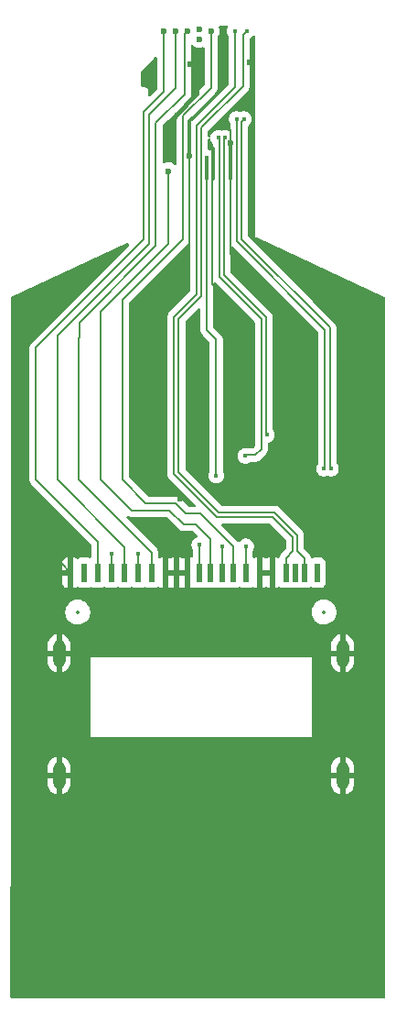
<source format=gbl>
%TF.GenerationSoftware,KiCad,Pcbnew,9.0.2*%
%TF.CreationDate,2025-06-23T10:18:23+08:00*%
%TF.ProjectId,SDEX2M2 MicroSD Express to SD Express Adapter,53444558-324d-4322-904d-6963726f5344,rev?*%
%TF.SameCoordinates,Original*%
%TF.FileFunction,Copper,L6,Bot*%
%TF.FilePolarity,Positive*%
%FSLAX46Y46*%
G04 Gerber Fmt 4.6, Leading zero omitted, Abs format (unit mm)*
G04 Created by KiCad (PCBNEW 9.0.2) date 2025-06-23 10:18:23*
%MOMM*%
%LPD*%
G01*
G04 APERTURE LIST*
%TA.AperFunction,SMDPad,CuDef*%
%ADD10R,0.500000X1.800000*%
%TD*%
%TA.AperFunction,ComponentPad*%
%ADD11O,1.158000X2.558000*%
%TD*%
%TA.AperFunction,ViaPad*%
%ADD12C,0.450000*%
%TD*%
%TA.AperFunction,ViaPad*%
%ADD13C,0.600000*%
%TD*%
%TA.AperFunction,Conductor*%
%ADD14C,0.200000*%
%TD*%
%TA.AperFunction,Conductor*%
%ADD15C,0.300000*%
%TD*%
%TA.AperFunction,Conductor*%
%ADD16C,0.400000*%
%TD*%
%ADD17C,0.300000*%
%ADD18C,0.350000*%
%ADD19O,0.650000X2.050000*%
G04 APERTURE END LIST*
D10*
%TO.P,J2,1,VSS3*%
%TO.N,GND*%
X129170000Y-130540000D03*
%TO.P,J2,2,RESERVED*%
%TO.N,unconnected-(J2-RESERVED-Pad2)*%
X130420000Y-130540000D03*
%TO.P,J2,3,DAT2*%
%TO.N,/CLKREQ*%
X131670000Y-130540000D03*
%TO.P,J2,4,PCIE_TX+*%
%TO.N,/TX-*%
X132920000Y-130540000D03*
%TO.P,J2,5,CD/DAT3*%
%TO.N,/PERST*%
X134170000Y-130540000D03*
%TO.P,J2,6,PCIE_TX-*%
%TO.N,/TX+*%
X135420000Y-130540000D03*
%TO.P,J2,7,CMD*%
%TO.N,/CMD*%
X136670000Y-130540000D03*
%TO.P,J2,8,CD*%
%TO.N,GND*%
X137920000Y-130540000D03*
%TO.P,J2,9,VSS1*%
X138970000Y-130540000D03*
%TO.P,J2,10,VSS4*%
X140020000Y-130540000D03*
%TO.P,J2,11,VDD2*%
%TO.N,Net-(J1-1V8)*%
X141070000Y-130540000D03*
%TO.P,J2,12,VDD*%
%TO.N,Net-(J1-3V3)*%
X142120000Y-130540000D03*
%TO.P,J2,13,PCIE_RX-*%
%TO.N,/RX-*%
X143170000Y-130540000D03*
%TO.P,J2,14,CLK*%
%TO.N,/CLK*%
X144220000Y-130540000D03*
%TO.P,J2,15,PCIE_RX+*%
%TO.N,/RX+*%
X145420000Y-130540000D03*
%TO.P,J2,16,VSS2*%
%TO.N,GND*%
X146670000Y-130540000D03*
%TO.P,J2,17,VSS5*%
X147870000Y-130540000D03*
%TO.P,J2,18,DAT0*%
%TO.N,/REFCLK+*%
X149095000Y-130540000D03*
%TO.P,J2,19,VDD3*%
%TO.N,unconnected-(J2-VDD3-Pad19)*%
X149945000Y-130540000D03*
%TO.P,J2,20,DAT1*%
%TO.N,/REFCLK-*%
X150795000Y-130540000D03*
%TO.P,J2,21,WP*%
%TO.N,unconnected-(J2-WP-Pad21)*%
X151995000Y-130540000D03*
D11*
%TO.P,J2,GND1,GND/SHIELD*%
%TO.N,GND*%
X154345000Y-137980000D03*
%TO.P,J2,GND2,GND/SHIELD__1*%
X128095000Y-137980000D03*
%TO.P,J2,GND3,GND/SHIELD__2*%
X154345000Y-149280000D03*
%TO.P,J2,GND4,GND/SHIELD__3*%
X128095000Y-149280000D03*
%TD*%
D12*
%TO.N,/TX+*%
X135410000Y-128810000D03*
X145330000Y-119750000D03*
X142833400Y-90380000D03*
%TO.N,/TX-*%
X132914892Y-128811727D03*
X143486600Y-90380000D03*
X147340446Y-117819545D03*
D13*
%TO.N,Net-(J1-3V3)*%
X141060000Y-81260000D03*
X141060000Y-80360000D03*
X138210000Y-93440000D03*
D12*
%TO.N,/RX+*%
X145203200Y-88640000D03*
X153270000Y-120920000D03*
X145400000Y-128110000D03*
%TO.N,Net-(J1-1V8)*%
X141785000Y-92190000D03*
X141080000Y-127970000D03*
X142650000Y-121560000D03*
D13*
%TO.N,GND*%
X136810000Y-83960000D03*
X138460000Y-90810000D03*
D12*
X142100000Y-91120000D03*
D13*
X156690000Y-149250000D03*
X129150000Y-127940000D03*
X140270000Y-83555000D03*
X156680000Y-137970000D03*
D12*
X145940000Y-89430000D03*
X143460000Y-88590000D03*
D13*
X136110000Y-85060000D03*
X139300000Y-123730000D03*
D12*
X145810000Y-86960000D03*
D13*
X146690000Y-128110000D03*
X156000000Y-123630000D03*
X143000000Y-83405000D03*
X143950000Y-123760000D03*
X144002007Y-90853667D03*
X143260000Y-80360000D03*
X149960000Y-123650000D03*
X147830000Y-128110000D03*
X125530000Y-138020000D03*
X140020000Y-127950000D03*
X125500000Y-149270000D03*
X137930000Y-127980000D03*
X145730000Y-83405000D03*
X138980000Y-127960000D03*
D12*
X145970000Y-91900000D03*
D13*
X140150000Y-92050000D03*
D12*
%TO.N,/RX-*%
X143200000Y-128120000D03*
X144550000Y-88640000D03*
X152616800Y-120920000D03*
%TO.N,/REFCLK+*%
X144360000Y-80510000D03*
%TO.N,/REFCLK-*%
X145460000Y-80510000D03*
D13*
%TO.N,/PERST*%
X138860000Y-80510000D03*
%TO.N,/CLKREQ*%
X137760000Y-80510000D03*
%TO.N,/CMD*%
X139960000Y-80510000D03*
%TO.N,/CLK*%
X142160000Y-80510000D03*
%TD*%
D14*
%TO.N,/TX+*%
X146288521Y-119680000D02*
X146820000Y-119148521D01*
X135420000Y-130540000D02*
X135420000Y-128820000D01*
X145400000Y-119680000D02*
X146288521Y-119680000D01*
X146820000Y-107138198D02*
X142932384Y-103250582D01*
X146820000Y-119148521D02*
X146820000Y-107138198D01*
X142932384Y-103250582D02*
X142932384Y-90478984D01*
X142932384Y-90478984D02*
X142833400Y-90380000D01*
X145330000Y-119750000D02*
X145400000Y-119680000D01*
X135420000Y-128820000D02*
X135410000Y-128810000D01*
%TO.N,/TX-*%
X147260000Y-117739099D02*
X147340446Y-117819545D01*
X143387616Y-103069418D02*
X147199554Y-106881356D01*
X132920000Y-128816835D02*
X132914892Y-128811727D01*
X143486600Y-90380000D02*
X143387616Y-90478984D01*
X147340446Y-117819545D02*
X147340446Y-117891447D01*
X143387616Y-90478984D02*
X143387616Y-103069418D01*
X147199554Y-106881356D02*
X147260000Y-106941802D01*
X147260000Y-106941802D02*
X147260000Y-117739099D01*
X132920000Y-130540000D02*
X132920000Y-128816835D01*
%TO.N,Net-(J1-3V3)*%
X131950000Y-121950000D02*
X134730000Y-124730000D01*
X140750000Y-126080000D02*
X142120000Y-127450000D01*
X142120000Y-127450000D02*
X142120000Y-130540000D01*
X138210000Y-100160000D02*
X131950000Y-106420000D01*
X131950000Y-106420000D02*
X131950000Y-121950000D01*
X138210000Y-93440000D02*
X138210000Y-100160000D01*
X138320000Y-124780000D02*
X139620000Y-126080000D01*
X134780000Y-124780000D02*
X138320000Y-124780000D01*
X139620000Y-126080000D02*
X140750000Y-126080000D01*
X134730000Y-124730000D02*
X134780000Y-124780000D01*
%TO.N,/RX+*%
X145051000Y-88847521D02*
X145000001Y-88898520D01*
X145000001Y-88898520D02*
X145000001Y-99731803D01*
X145420000Y-130540000D02*
X145420000Y-128130000D01*
X145000001Y-99731803D02*
X153168401Y-107900203D01*
X153168401Y-120818401D02*
X153270000Y-120920000D01*
X145203200Y-88640000D02*
X145051000Y-88792200D01*
X145420000Y-128130000D02*
X145400000Y-128110000D01*
X145051000Y-88792200D02*
X145051000Y-88847521D01*
X153168401Y-107900203D02*
X153168401Y-120818401D01*
%TO.N,Net-(J1-1V8)*%
X142650000Y-109000000D02*
X141785000Y-108135000D01*
X141070000Y-130540000D02*
X141070000Y-127980000D01*
D15*
X141785000Y-92190000D02*
X141785000Y-94185000D01*
D14*
X141070000Y-127980000D02*
X141080000Y-127970000D01*
X142650000Y-121560000D02*
X142650000Y-109000000D01*
X141070000Y-130540000D02*
X141070000Y-131190000D01*
X141785000Y-108135000D02*
X141785000Y-94185000D01*
%TO.N,GND*%
X143990000Y-89680000D02*
X143250000Y-88940000D01*
X128095000Y-137980000D02*
X125570000Y-137980000D01*
X143950000Y-105550000D02*
X143950000Y-123740000D01*
X149950000Y-107050000D02*
X149950000Y-123640000D01*
X143370000Y-88590000D02*
X143460000Y-88590000D01*
X142335000Y-94185000D02*
X142310000Y-94210000D01*
X128260000Y-129630000D02*
X128260000Y-128830000D01*
X129170000Y-130540000D02*
X128260000Y-129630000D01*
X140150000Y-101300000D02*
X140150000Y-92050000D01*
X144002007Y-90853667D02*
X143990000Y-90841660D01*
X146670000Y-128130000D02*
X146690000Y-128110000D01*
X146670000Y-130540000D02*
X146670000Y-128130000D01*
X143990000Y-90841660D02*
X143990000Y-89680000D01*
D15*
X142335000Y-94185000D02*
X142335000Y-91355000D01*
X143985000Y-94185000D02*
X143985000Y-92285000D01*
D14*
X143985000Y-101085000D02*
X149950000Y-107050000D01*
X143250000Y-88800000D02*
X143460000Y-88590000D01*
X143250000Y-88940000D02*
X143250000Y-88800000D01*
X138970000Y-127970000D02*
X138980000Y-127960000D01*
D15*
X143985000Y-92285000D02*
X143990000Y-92280000D01*
D14*
X135950000Y-105500000D02*
X140150000Y-101300000D01*
X156670000Y-137980000D02*
X156680000Y-137970000D01*
X128260000Y-128830000D02*
X129150000Y-127940000D01*
X143330000Y-88630000D02*
X143370000Y-88590000D01*
D16*
X140840000Y-83860000D02*
X140840000Y-86320000D01*
X140840000Y-86320000D02*
X138780000Y-88380000D01*
D14*
X125510000Y-149280000D02*
X125500000Y-149270000D01*
D15*
X143990000Y-90865674D02*
X144002007Y-90853667D01*
X140150000Y-88860000D02*
X140400000Y-88610000D01*
X142335000Y-91355000D02*
X142100000Y-91120000D01*
D14*
X139300000Y-123730000D02*
X135950000Y-120380000D01*
X135950000Y-120380000D02*
X135950000Y-105500000D01*
X147870000Y-128150000D02*
X147830000Y-128110000D01*
X142310000Y-94210000D02*
X142310000Y-103910000D01*
X154345000Y-137980000D02*
X156670000Y-137980000D01*
D15*
X143990000Y-92280000D02*
X143990000Y-90865674D01*
D16*
X140270000Y-83555000D02*
X140535000Y-83555000D01*
D14*
X128095000Y-149280000D02*
X125510000Y-149280000D01*
X138970000Y-130540000D02*
X138970000Y-127970000D01*
X145710000Y-99510000D02*
X145710000Y-92100000D01*
D16*
X140535000Y-83555000D02*
X140840000Y-83860000D01*
D14*
X142310000Y-103910000D02*
X143950000Y-105550000D01*
X156000000Y-123630000D02*
X156000000Y-109800000D01*
X125570000Y-137980000D02*
X125530000Y-138020000D01*
D15*
X140135000Y-92065000D02*
X140150000Y-92050000D01*
D14*
X149950000Y-123640000D02*
X149960000Y-123650000D01*
X137920000Y-130540000D02*
X137920000Y-127990000D01*
X143985000Y-94185000D02*
X143985000Y-101085000D01*
X147870000Y-130540000D02*
X147870000Y-128150000D01*
X145910000Y-91900000D02*
X145970000Y-91900000D01*
X154345000Y-149280000D02*
X156660000Y-149280000D01*
D15*
X140150000Y-92050000D02*
X140150000Y-88860000D01*
D14*
X140020000Y-130540000D02*
X140020000Y-127950000D01*
X156000000Y-109800000D02*
X145710000Y-99510000D01*
X156660000Y-149280000D02*
X156690000Y-149250000D01*
X137920000Y-127990000D02*
X137930000Y-127980000D01*
D16*
X138780000Y-88380000D02*
X138780000Y-88502190D01*
X143000000Y-83405000D02*
X143000000Y-85340000D01*
D14*
%TO.N,/RX-*%
X144550000Y-91084906D02*
X144550000Y-99918198D01*
X144553007Y-90625435D02*
X144553007Y-91081899D01*
X143170000Y-130540000D02*
X143170000Y-128150000D01*
X144550000Y-88640000D02*
X144550000Y-90622428D01*
X152724999Y-120811801D02*
X152616800Y-120920000D01*
X143170000Y-128150000D02*
X143200000Y-128120000D01*
X144550000Y-99918198D02*
X152724999Y-108093197D01*
X144553007Y-91081899D02*
X144550000Y-91084906D01*
X152724999Y-108093197D02*
X152724999Y-120811801D01*
X144550000Y-90622428D02*
X144553007Y-90625435D01*
%TO.N,/REFCLK+*%
X144360000Y-80510000D02*
X144360000Y-85721802D01*
X142706802Y-125405000D02*
X147876802Y-125405000D01*
X149720000Y-128564999D02*
X149095000Y-129189999D01*
X140825000Y-89256802D02*
X140825000Y-104806802D01*
X140825000Y-104806802D02*
X138724999Y-106906803D01*
X147876802Y-125405000D02*
X149720000Y-127248198D01*
X138724999Y-106906803D02*
X138724999Y-121423197D01*
X144360000Y-85721802D02*
X140825000Y-89256802D01*
X149720000Y-127248198D02*
X149720000Y-128564999D01*
X138724999Y-121423197D02*
X142706802Y-125405000D01*
X149095000Y-129189999D02*
X149095000Y-130540000D01*
%TO.N,/REFCLK-*%
X150795000Y-129189999D02*
X150795000Y-130540000D01*
X141275000Y-89443198D02*
X141275000Y-104993198D01*
X145135001Y-80834999D02*
X145135001Y-85583197D01*
X145460000Y-80510000D02*
X145135001Y-80834999D01*
X150170000Y-127061802D02*
X150170000Y-128564999D01*
X141275000Y-104993198D02*
X139175001Y-107093197D01*
X139175001Y-121236803D02*
X142893198Y-124955000D01*
X139175001Y-107093197D02*
X139175001Y-121236803D01*
X150170000Y-128564999D02*
X150795000Y-129189999D01*
X148063198Y-124955000D02*
X150170000Y-127061802D01*
X145135001Y-85583197D02*
X141275000Y-89443198D01*
X142893198Y-124955000D02*
X148063198Y-124955000D01*
%TO.N,/PERST*%
X127950000Y-108670000D02*
X127950000Y-121950000D01*
X138860000Y-85810000D02*
X136460000Y-88210000D01*
X134170000Y-128170000D02*
X127950000Y-121950000D01*
X138860000Y-80510000D02*
X138860000Y-85810000D01*
X134170000Y-130540000D02*
X134170000Y-128170000D01*
X136460000Y-100160000D02*
X127950000Y-108670000D01*
X136460000Y-88210000D02*
X136460000Y-100160000D01*
%TO.N,/CLKREQ*%
X131670000Y-130540000D02*
X131670000Y-127670000D01*
X137760000Y-86150000D02*
X135960000Y-87950000D01*
X135960000Y-99760000D02*
X125950000Y-109770000D01*
X131670000Y-127670000D02*
X125950000Y-121950000D01*
X135960000Y-87950000D02*
X135960000Y-99760000D01*
X125950000Y-109770000D02*
X125950000Y-121950000D01*
X137760000Y-80510000D02*
X137760000Y-86150000D01*
%TO.N,/CMD*%
X137060000Y-88990000D02*
X139690000Y-86360000D01*
X129950000Y-121950000D02*
X129950000Y-108850000D01*
X136670000Y-130540000D02*
X136670000Y-128670000D01*
X139690000Y-80780000D02*
X139960000Y-80510000D01*
X129960000Y-108840000D02*
X129960000Y-107460000D01*
X129950000Y-108850000D02*
X129960000Y-108840000D01*
X129960000Y-107460000D02*
X137060000Y-100360000D01*
X136670000Y-128670000D02*
X129950000Y-121950000D01*
X139690000Y-86360000D02*
X139690000Y-80780000D01*
X137060000Y-100360000D02*
X137060000Y-88990000D01*
%TO.N,/CLK*%
X144220000Y-128110000D02*
X141170000Y-125060000D01*
X133950000Y-121950000D02*
X133950000Y-105350000D01*
X139585000Y-88335000D02*
X142160000Y-85760000D01*
X142160000Y-85760000D02*
X142160000Y-80510000D01*
X136101000Y-124101000D02*
X133950000Y-121950000D01*
X139585000Y-99715000D02*
X139585000Y-88335000D01*
X139850768Y-125060000D02*
X138891768Y-124101000D01*
X133950000Y-105350000D02*
X139585000Y-99715000D01*
X138891768Y-124101000D02*
X136101000Y-124101000D01*
X141170000Y-125060000D02*
X139850768Y-125060000D01*
X144220000Y-130540000D02*
X144220000Y-128110000D01*
%TD*%
%TA.AperFunction,Conductor*%
%TO.N,GND*%
G36*
X146218361Y-80935851D02*
G01*
X146255081Y-80995294D01*
X146259500Y-81028101D01*
X146259500Y-99409785D01*
X146259410Y-99414511D01*
X146258125Y-99448194D01*
X146259109Y-99454368D01*
X146259110Y-99454370D01*
X146259253Y-99455271D01*
X146259500Y-99455867D01*
X146272405Y-99487024D01*
X146274115Y-99491387D01*
X146285815Y-99522993D01*
X146289074Y-99528298D01*
X146289569Y-99529104D01*
X146313833Y-99553368D01*
X146317112Y-99556774D01*
X146340027Y-99581507D01*
X146340029Y-99581507D01*
X146345083Y-99585171D01*
X146345084Y-99585172D01*
X146345836Y-99585717D01*
X146377546Y-99598851D01*
X146381879Y-99600743D01*
X158227288Y-105045316D01*
X158279979Y-105091198D01*
X158299500Y-105157983D01*
X158299500Y-169745500D01*
X158279815Y-169812539D01*
X158227011Y-169858294D01*
X158175500Y-169869500D01*
X123724512Y-169869500D01*
X123657473Y-169849815D01*
X123611718Y-169797011D01*
X123600512Y-169745495D01*
X123601295Y-149478633D01*
X123601333Y-148495081D01*
X127016000Y-148495081D01*
X127016000Y-149030000D01*
X127770000Y-149030000D01*
X127770000Y-149530000D01*
X127016000Y-149530000D01*
X127016000Y-150064918D01*
X127042568Y-150232666D01*
X127095053Y-150394196D01*
X127172159Y-150545522D01*
X127271979Y-150682914D01*
X127271983Y-150682919D01*
X127392080Y-150803016D01*
X127392085Y-150803020D01*
X127529477Y-150902840D01*
X127680805Y-150979946D01*
X127842336Y-151032431D01*
X127845000Y-151032853D01*
X127845000Y-150189618D01*
X127895446Y-150240064D01*
X127969555Y-150282851D01*
X128052213Y-150305000D01*
X128137787Y-150305000D01*
X128220445Y-150282851D01*
X128294554Y-150240064D01*
X128345000Y-150189618D01*
X128345000Y-151032853D01*
X128347663Y-151032431D01*
X128509194Y-150979946D01*
X128660522Y-150902840D01*
X128797914Y-150803020D01*
X128797919Y-150803016D01*
X128918016Y-150682919D01*
X128918020Y-150682914D01*
X129017840Y-150545522D01*
X129094946Y-150394196D01*
X129147431Y-150232666D01*
X129174000Y-150064918D01*
X129174000Y-149530000D01*
X128420000Y-149530000D01*
X128420000Y-149030000D01*
X129174000Y-149030000D01*
X129174000Y-148495081D01*
X153266000Y-148495081D01*
X153266000Y-149030000D01*
X154020000Y-149030000D01*
X154020000Y-149530000D01*
X153266000Y-149530000D01*
X153266000Y-150064918D01*
X153292568Y-150232666D01*
X153345053Y-150394196D01*
X153422159Y-150545522D01*
X153521979Y-150682914D01*
X153521983Y-150682919D01*
X153642080Y-150803016D01*
X153642085Y-150803020D01*
X153779477Y-150902840D01*
X153930805Y-150979946D01*
X154092336Y-151032431D01*
X154095000Y-151032853D01*
X154095000Y-150189618D01*
X154145446Y-150240064D01*
X154219555Y-150282851D01*
X154302213Y-150305000D01*
X154387787Y-150305000D01*
X154470445Y-150282851D01*
X154544554Y-150240064D01*
X154595000Y-150189618D01*
X154595000Y-151032853D01*
X154597663Y-151032431D01*
X154759194Y-150979946D01*
X154910522Y-150902840D01*
X155047914Y-150803020D01*
X155047919Y-150803016D01*
X155168016Y-150682919D01*
X155168020Y-150682914D01*
X155267840Y-150545522D01*
X155344946Y-150394196D01*
X155397431Y-150232666D01*
X155424000Y-150064918D01*
X155424000Y-149530000D01*
X154670000Y-149530000D01*
X154670000Y-149030000D01*
X155424000Y-149030000D01*
X155424000Y-148495081D01*
X155397431Y-148327333D01*
X155344946Y-148165803D01*
X155267840Y-148014477D01*
X155168020Y-147877085D01*
X155168016Y-147877080D01*
X155047919Y-147756983D01*
X155047914Y-147756979D01*
X154910522Y-147657159D01*
X154759194Y-147580053D01*
X154597666Y-147527569D01*
X154595000Y-147527145D01*
X154595000Y-148370382D01*
X154544554Y-148319936D01*
X154470445Y-148277149D01*
X154387787Y-148255000D01*
X154302213Y-148255000D01*
X154219555Y-148277149D01*
X154145446Y-148319936D01*
X154095000Y-148370382D01*
X154095000Y-147527145D01*
X154094999Y-147527145D01*
X154092333Y-147527569D01*
X153930805Y-147580053D01*
X153779477Y-147657159D01*
X153642085Y-147756979D01*
X153642080Y-147756983D01*
X153521983Y-147877080D01*
X153521979Y-147877085D01*
X153422159Y-148014477D01*
X153345053Y-148165803D01*
X153292568Y-148327333D01*
X153266000Y-148495081D01*
X129174000Y-148495081D01*
X129147431Y-148327333D01*
X129094946Y-148165803D01*
X129017840Y-148014477D01*
X128918020Y-147877085D01*
X128918016Y-147877080D01*
X128797919Y-147756983D01*
X128797914Y-147756979D01*
X128660522Y-147657159D01*
X128509194Y-147580053D01*
X128347666Y-147527569D01*
X128345000Y-147527145D01*
X128345000Y-148370382D01*
X128294554Y-148319936D01*
X128220445Y-148277149D01*
X128137787Y-148255000D01*
X128052213Y-148255000D01*
X127969555Y-148277149D01*
X127895446Y-148319936D01*
X127845000Y-148370382D01*
X127845000Y-147527145D01*
X127844999Y-147527145D01*
X127842333Y-147527569D01*
X127680805Y-147580053D01*
X127529477Y-147657159D01*
X127392085Y-147756979D01*
X127392080Y-147756983D01*
X127271983Y-147877080D01*
X127271979Y-147877085D01*
X127172159Y-148014477D01*
X127095053Y-148165803D01*
X127042568Y-148327333D01*
X127016000Y-148495081D01*
X123601333Y-148495081D01*
X123601333Y-148490204D01*
X123601441Y-145680000D01*
X131040000Y-145680000D01*
X151480000Y-145680000D01*
X151480000Y-138380000D01*
X131040000Y-138380000D01*
X131040000Y-145680000D01*
X123601441Y-145680000D01*
X123601731Y-138178633D01*
X123601769Y-137195081D01*
X127016000Y-137195081D01*
X127016000Y-137730000D01*
X127770000Y-137730000D01*
X127770000Y-138230000D01*
X127016000Y-138230000D01*
X127016000Y-138764918D01*
X127042568Y-138932666D01*
X127095053Y-139094196D01*
X127172159Y-139245522D01*
X127271979Y-139382914D01*
X127271983Y-139382919D01*
X127392080Y-139503016D01*
X127392085Y-139503020D01*
X127529477Y-139602840D01*
X127680805Y-139679946D01*
X127842336Y-139732431D01*
X127845000Y-139732853D01*
X127845000Y-138889618D01*
X127895446Y-138940064D01*
X127969555Y-138982851D01*
X128052213Y-139005000D01*
X128137787Y-139005000D01*
X128220445Y-138982851D01*
X128294554Y-138940064D01*
X128345000Y-138889618D01*
X128345000Y-139732853D01*
X128347663Y-139732431D01*
X128509194Y-139679946D01*
X128660522Y-139602840D01*
X128797914Y-139503020D01*
X128797919Y-139503016D01*
X128918016Y-139382919D01*
X128918020Y-139382914D01*
X129017840Y-139245522D01*
X129094946Y-139094196D01*
X129147431Y-138932666D01*
X129174000Y-138764918D01*
X129174000Y-138230000D01*
X128420000Y-138230000D01*
X128420000Y-137730000D01*
X129174000Y-137730000D01*
X129174000Y-137195081D01*
X153266000Y-137195081D01*
X153266000Y-137730000D01*
X154020000Y-137730000D01*
X154020000Y-138230000D01*
X153266000Y-138230000D01*
X153266000Y-138764918D01*
X153292568Y-138932666D01*
X153345053Y-139094196D01*
X153422159Y-139245522D01*
X153521979Y-139382914D01*
X153521983Y-139382919D01*
X153642080Y-139503016D01*
X153642085Y-139503020D01*
X153779477Y-139602840D01*
X153930805Y-139679946D01*
X154092336Y-139732431D01*
X154095000Y-139732853D01*
X154095000Y-138889618D01*
X154145446Y-138940064D01*
X154219555Y-138982851D01*
X154302213Y-139005000D01*
X154387787Y-139005000D01*
X154470445Y-138982851D01*
X154544554Y-138940064D01*
X154595000Y-138889618D01*
X154595000Y-139732852D01*
X154597663Y-139732431D01*
X154759194Y-139679946D01*
X154910522Y-139602840D01*
X155047914Y-139503020D01*
X155047919Y-139503016D01*
X155168016Y-139382919D01*
X155168020Y-139382914D01*
X155267840Y-139245522D01*
X155344946Y-139094196D01*
X155397431Y-138932666D01*
X155424000Y-138764918D01*
X155424000Y-138230000D01*
X154670000Y-138230000D01*
X154670000Y-137730000D01*
X155424000Y-137730000D01*
X155424000Y-137195081D01*
X155397431Y-137027333D01*
X155344946Y-136865803D01*
X155267840Y-136714477D01*
X155168020Y-136577085D01*
X155168016Y-136577080D01*
X155047919Y-136456983D01*
X155047914Y-136456979D01*
X154910522Y-136357159D01*
X154759194Y-136280053D01*
X154597666Y-136227569D01*
X154595000Y-136227145D01*
X154595000Y-137070382D01*
X154544554Y-137019936D01*
X154470445Y-136977149D01*
X154387787Y-136955000D01*
X154302213Y-136955000D01*
X154219555Y-136977149D01*
X154145446Y-137019936D01*
X154095000Y-137070382D01*
X154095000Y-136227145D01*
X154094999Y-136227145D01*
X154092333Y-136227569D01*
X153930805Y-136280053D01*
X153779477Y-136357159D01*
X153642085Y-136456979D01*
X153642080Y-136456983D01*
X153521983Y-136577080D01*
X153521979Y-136577085D01*
X153422159Y-136714477D01*
X153345053Y-136865803D01*
X153292568Y-137027333D01*
X153266000Y-137195081D01*
X129174000Y-137195081D01*
X129147431Y-137027333D01*
X129094946Y-136865803D01*
X129017840Y-136714477D01*
X128918020Y-136577085D01*
X128918016Y-136577080D01*
X128797919Y-136456983D01*
X128797914Y-136456979D01*
X128660522Y-136357159D01*
X128509194Y-136280053D01*
X128347666Y-136227569D01*
X128345000Y-136227145D01*
X128345000Y-137070382D01*
X128294554Y-137019936D01*
X128220445Y-136977149D01*
X128137787Y-136955000D01*
X128052213Y-136955000D01*
X127969555Y-136977149D01*
X127895446Y-137019936D01*
X127845000Y-137070382D01*
X127845000Y-136227145D01*
X127844999Y-136227145D01*
X127842333Y-136227569D01*
X127680805Y-136280053D01*
X127529477Y-136357159D01*
X127392085Y-136456979D01*
X127392080Y-136456983D01*
X127271983Y-136577080D01*
X127271979Y-136577085D01*
X127172159Y-136714477D01*
X127095053Y-136865803D01*
X127042568Y-137027333D01*
X127016000Y-137195081D01*
X123601769Y-137195081D01*
X123601769Y-137190204D01*
X123601889Y-134089448D01*
X128669500Y-134089448D01*
X128669500Y-134270551D01*
X128697829Y-134449410D01*
X128753787Y-134621636D01*
X128753788Y-134621639D01*
X128836006Y-134782997D01*
X128942441Y-134929494D01*
X128942445Y-134929499D01*
X129070500Y-135057554D01*
X129070505Y-135057558D01*
X129198287Y-135150396D01*
X129217006Y-135163996D01*
X129322484Y-135217740D01*
X129378360Y-135246211D01*
X129378363Y-135246212D01*
X129464476Y-135274191D01*
X129550591Y-135302171D01*
X129633429Y-135315291D01*
X129729449Y-135330500D01*
X129729454Y-135330500D01*
X129910551Y-135330500D01*
X129997259Y-135316765D01*
X130089409Y-135302171D01*
X130261639Y-135246211D01*
X130422994Y-135163996D01*
X130569501Y-135057553D01*
X130697553Y-134929501D01*
X130803996Y-134782994D01*
X130886211Y-134621639D01*
X130942171Y-134449409D01*
X130956765Y-134357259D01*
X130970500Y-134270551D01*
X130970500Y-134089448D01*
X151469500Y-134089448D01*
X151469500Y-134270551D01*
X151497829Y-134449410D01*
X151553787Y-134621636D01*
X151553788Y-134621639D01*
X151636006Y-134782997D01*
X151742441Y-134929494D01*
X151742445Y-134929499D01*
X151870500Y-135057554D01*
X151870505Y-135057558D01*
X151998287Y-135150396D01*
X152017006Y-135163996D01*
X152122484Y-135217740D01*
X152178360Y-135246211D01*
X152178363Y-135246212D01*
X152264476Y-135274191D01*
X152350591Y-135302171D01*
X152433429Y-135315291D01*
X152529449Y-135330500D01*
X152529454Y-135330500D01*
X152710551Y-135330500D01*
X152797259Y-135316765D01*
X152889409Y-135302171D01*
X153061639Y-135246211D01*
X153222994Y-135163996D01*
X153369501Y-135057553D01*
X153497553Y-134929501D01*
X153603996Y-134782994D01*
X153686211Y-134621639D01*
X153742171Y-134449409D01*
X153756765Y-134357259D01*
X153770500Y-134270551D01*
X153770500Y-134089448D01*
X153754019Y-133985397D01*
X153742171Y-133910591D01*
X153686211Y-133738361D01*
X153686211Y-133738360D01*
X153657740Y-133682484D01*
X153603996Y-133577006D01*
X153590396Y-133558287D01*
X153497558Y-133430505D01*
X153497554Y-133430500D01*
X153369499Y-133302445D01*
X153369494Y-133302441D01*
X153222997Y-133196006D01*
X153222996Y-133196005D01*
X153222994Y-133196004D01*
X153171300Y-133169664D01*
X153061639Y-133113788D01*
X153061636Y-133113787D01*
X152889410Y-133057829D01*
X152710551Y-133029500D01*
X152710546Y-133029500D01*
X152529454Y-133029500D01*
X152529449Y-133029500D01*
X152350589Y-133057829D01*
X152178363Y-133113787D01*
X152178360Y-133113788D01*
X152017002Y-133196006D01*
X151870505Y-133302441D01*
X151870500Y-133302445D01*
X151742445Y-133430500D01*
X151742441Y-133430505D01*
X151636006Y-133577002D01*
X151553788Y-133738360D01*
X151553787Y-133738363D01*
X151497829Y-133910589D01*
X151469500Y-134089448D01*
X130970500Y-134089448D01*
X130954019Y-133985397D01*
X130942171Y-133910591D01*
X130886211Y-133738361D01*
X130886211Y-133738360D01*
X130857740Y-133682484D01*
X130803996Y-133577006D01*
X130790396Y-133558287D01*
X130697558Y-133430505D01*
X130697554Y-133430500D01*
X130569499Y-133302445D01*
X130569494Y-133302441D01*
X130422997Y-133196006D01*
X130422996Y-133196005D01*
X130422994Y-133196004D01*
X130371300Y-133169664D01*
X130261639Y-133113788D01*
X130261636Y-133113787D01*
X130089410Y-133057829D01*
X129910551Y-133029500D01*
X129910546Y-133029500D01*
X129729454Y-133029500D01*
X129729449Y-133029500D01*
X129550589Y-133057829D01*
X129378363Y-133113787D01*
X129378360Y-133113788D01*
X129217002Y-133196006D01*
X129070505Y-133302441D01*
X129070500Y-133302445D01*
X128942445Y-133430500D01*
X128942441Y-133430505D01*
X128836006Y-133577002D01*
X128753788Y-133738360D01*
X128753787Y-133738363D01*
X128697829Y-133910589D01*
X128669500Y-134089448D01*
X123601889Y-134089448D01*
X123601889Y-134084577D01*
X123601976Y-131824737D01*
X123601989Y-131487844D01*
X128420000Y-131487844D01*
X128426401Y-131547372D01*
X128426403Y-131547379D01*
X128476645Y-131682086D01*
X128476649Y-131682093D01*
X128562809Y-131797187D01*
X128562812Y-131797190D01*
X128677906Y-131883350D01*
X128677913Y-131883354D01*
X128812620Y-131933596D01*
X128812627Y-131933598D01*
X128872155Y-131939999D01*
X128872172Y-131940000D01*
X128920000Y-131940000D01*
X128920000Y-130790000D01*
X128420000Y-130790000D01*
X128420000Y-131487844D01*
X123601989Y-131487844D01*
X123602062Y-129592155D01*
X128420000Y-129592155D01*
X128420000Y-130290000D01*
X128920000Y-130290000D01*
X128920000Y-129140000D01*
X128872155Y-129140000D01*
X128812627Y-129146401D01*
X128812620Y-129146403D01*
X128677913Y-129196645D01*
X128677906Y-129196649D01*
X128562812Y-129282809D01*
X128562809Y-129282812D01*
X128476649Y-129397906D01*
X128476645Y-129397913D01*
X128426403Y-129532620D01*
X128426401Y-129532627D01*
X128420000Y-129592155D01*
X123602062Y-129592155D01*
X123603005Y-105158104D01*
X123622692Y-105091070D01*
X123675277Y-105045418D01*
X134414566Y-100116415D01*
X134483702Y-100106342D01*
X134547313Y-100135247D01*
X134585198Y-100193954D01*
X134585330Y-100263823D01*
X134553968Y-100316794D01*
X125581286Y-109289478D01*
X125469481Y-109401282D01*
X125469479Y-109401285D01*
X125419361Y-109488094D01*
X125419359Y-109488096D01*
X125390425Y-109538209D01*
X125390424Y-109538210D01*
X125390423Y-109538215D01*
X125349499Y-109690943D01*
X125349499Y-109690945D01*
X125349499Y-109859046D01*
X125349500Y-109859059D01*
X125349500Y-121863330D01*
X125349499Y-121863348D01*
X125349499Y-122029054D01*
X125349498Y-122029054D01*
X125390423Y-122181785D01*
X125402631Y-122202929D01*
X125402632Y-122202932D01*
X125469475Y-122318709D01*
X125469481Y-122318717D01*
X125588349Y-122437585D01*
X125588355Y-122437590D01*
X131033181Y-127882416D01*
X131066666Y-127943739D01*
X131069500Y-127970097D01*
X131069500Y-129076230D01*
X131049815Y-129143269D01*
X130997011Y-129189024D01*
X130927853Y-129198968D01*
X130902168Y-129192412D01*
X130777488Y-129145910D01*
X130777484Y-129145909D01*
X130777483Y-129145909D01*
X130717873Y-129139500D01*
X130717863Y-129139500D01*
X130122129Y-129139500D01*
X130122123Y-129139501D01*
X130062516Y-129145908D01*
X129927671Y-129196202D01*
X129927665Y-129196205D01*
X129868891Y-129240203D01*
X129803427Y-129264619D01*
X129735154Y-129249767D01*
X129720271Y-129240202D01*
X129662088Y-129196647D01*
X129662086Y-129196645D01*
X129527379Y-129146403D01*
X129527372Y-129146401D01*
X129467844Y-129140000D01*
X129420000Y-129140000D01*
X129420000Y-131940000D01*
X129467828Y-131940000D01*
X129467844Y-131939999D01*
X129527372Y-131933598D01*
X129527379Y-131933596D01*
X129662086Y-131883354D01*
X129662089Y-131883352D01*
X129720271Y-131839797D01*
X129785735Y-131815379D01*
X129854008Y-131830230D01*
X129868887Y-131839792D01*
X129927075Y-131883351D01*
X129927668Y-131883795D01*
X129927671Y-131883797D01*
X129972618Y-131900561D01*
X130062517Y-131934091D01*
X130122127Y-131940500D01*
X130717872Y-131940499D01*
X130777483Y-131934091D01*
X130912331Y-131883796D01*
X130970689Y-131840108D01*
X131036153Y-131815692D01*
X131104426Y-131830543D01*
X131119309Y-131840107D01*
X131175967Y-131882522D01*
X131177669Y-131883796D01*
X131177671Y-131883797D01*
X131222618Y-131900561D01*
X131312517Y-131934091D01*
X131372127Y-131940500D01*
X131967872Y-131940499D01*
X132027483Y-131934091D01*
X132162331Y-131883796D01*
X132220689Y-131840108D01*
X132286153Y-131815692D01*
X132354426Y-131830543D01*
X132369309Y-131840107D01*
X132425967Y-131882522D01*
X132427669Y-131883796D01*
X132427671Y-131883797D01*
X132472618Y-131900561D01*
X132562517Y-131934091D01*
X132622127Y-131940500D01*
X133217872Y-131940499D01*
X133277483Y-131934091D01*
X133412331Y-131883796D01*
X133470689Y-131840108D01*
X133536153Y-131815692D01*
X133604426Y-131830543D01*
X133619309Y-131840107D01*
X133675967Y-131882522D01*
X133677669Y-131883796D01*
X133677671Y-131883797D01*
X133722618Y-131900561D01*
X133812517Y-131934091D01*
X133872127Y-131940500D01*
X134467872Y-131940499D01*
X134527483Y-131934091D01*
X134662331Y-131883796D01*
X134720689Y-131840108D01*
X134786153Y-131815692D01*
X134854426Y-131830543D01*
X134869309Y-131840107D01*
X134925967Y-131882522D01*
X134927669Y-131883796D01*
X134927671Y-131883797D01*
X134972618Y-131900561D01*
X135062517Y-131934091D01*
X135122127Y-131940500D01*
X135717872Y-131940499D01*
X135777483Y-131934091D01*
X135912331Y-131883796D01*
X135970689Y-131840108D01*
X136036153Y-131815692D01*
X136104426Y-131830543D01*
X136119309Y-131840107D01*
X136175967Y-131882522D01*
X136177669Y-131883796D01*
X136177671Y-131883797D01*
X136222618Y-131900561D01*
X136312517Y-131934091D01*
X136372127Y-131940500D01*
X136967872Y-131940499D01*
X137027483Y-131934091D01*
X137162331Y-131883796D01*
X137221105Y-131839797D01*
X137286568Y-131815380D01*
X137354841Y-131830231D01*
X137369726Y-131839797D01*
X137427907Y-131883350D01*
X137427913Y-131883354D01*
X137562620Y-131933596D01*
X137562627Y-131933598D01*
X137622155Y-131939999D01*
X137622172Y-131940000D01*
X137670000Y-131940000D01*
X138170000Y-131940000D01*
X138217828Y-131940000D01*
X138217844Y-131939999D01*
X138277372Y-131933598D01*
X138277383Y-131933595D01*
X138401666Y-131887240D01*
X138471357Y-131882255D01*
X138488334Y-131887240D01*
X138612616Y-131933595D01*
X138612627Y-131933598D01*
X138672155Y-131939999D01*
X138672172Y-131940000D01*
X138720000Y-131940000D01*
X139220000Y-131940000D01*
X139267828Y-131940000D01*
X139267844Y-131939999D01*
X139327372Y-131933598D01*
X139327383Y-131933595D01*
X139451666Y-131887240D01*
X139521357Y-131882255D01*
X139538334Y-131887240D01*
X139662616Y-131933595D01*
X139662627Y-131933598D01*
X139722155Y-131939999D01*
X139722172Y-131940000D01*
X139770000Y-131940000D01*
X139770000Y-130790000D01*
X139220000Y-130790000D01*
X139220000Y-131940000D01*
X138720000Y-131940000D01*
X138720000Y-130790000D01*
X138170000Y-130790000D01*
X138170000Y-131940000D01*
X137670000Y-131940000D01*
X137670000Y-130290000D01*
X138170000Y-130290000D01*
X138720000Y-130290000D01*
X139220000Y-130290000D01*
X139770000Y-130290000D01*
X139770000Y-129140000D01*
X139722155Y-129140000D01*
X139662627Y-129146401D01*
X139662619Y-129146403D01*
X139538333Y-129192759D01*
X139468641Y-129197743D01*
X139451667Y-129192759D01*
X139327380Y-129146403D01*
X139327372Y-129146401D01*
X139267844Y-129140000D01*
X139220000Y-129140000D01*
X139220000Y-130290000D01*
X138720000Y-130290000D01*
X138720000Y-129140000D01*
X138672155Y-129140000D01*
X138612627Y-129146401D01*
X138612619Y-129146403D01*
X138488333Y-129192759D01*
X138418641Y-129197743D01*
X138401667Y-129192759D01*
X138277380Y-129146403D01*
X138277372Y-129146401D01*
X138217844Y-129140000D01*
X138170000Y-129140000D01*
X138170000Y-130290000D01*
X137670000Y-130290000D01*
X137670000Y-129140000D01*
X137622155Y-129140000D01*
X137562627Y-129146401D01*
X137562617Y-129146403D01*
X137437832Y-129192945D01*
X137368141Y-129197929D01*
X137306818Y-129164443D01*
X137273334Y-129103120D01*
X137270500Y-129076763D01*
X137270500Y-128590945D01*
X137270499Y-128590941D01*
X137256506Y-128538716D01*
X137229577Y-128438215D01*
X137179676Y-128351785D01*
X137150520Y-128301284D01*
X137038716Y-128189480D01*
X137038715Y-128189479D01*
X137034385Y-128185149D01*
X137034374Y-128185139D01*
X134363861Y-125514626D01*
X134330376Y-125453303D01*
X134335360Y-125383611D01*
X134377232Y-125327678D01*
X134442696Y-125303261D01*
X134510969Y-125318113D01*
X134513533Y-125319552D01*
X134548216Y-125339577D01*
X134700943Y-125380501D01*
X134700945Y-125380501D01*
X134866654Y-125380501D01*
X134866670Y-125380500D01*
X138019903Y-125380500D01*
X138086942Y-125400185D01*
X138107583Y-125416818D01*
X139251284Y-126560520D01*
X139251286Y-126560521D01*
X139251290Y-126560524D01*
X139388209Y-126639573D01*
X139388216Y-126639577D01*
X139540943Y-126680501D01*
X139540945Y-126680501D01*
X139706654Y-126680501D01*
X139706670Y-126680500D01*
X140449903Y-126680500D01*
X140516942Y-126700185D01*
X140537583Y-126716818D01*
X140896089Y-127075325D01*
X140929574Y-127136647D01*
X140924590Y-127206339D01*
X140882718Y-127262272D01*
X140855861Y-127277566D01*
X140736350Y-127327069D01*
X140736340Y-127327074D01*
X140617521Y-127406467D01*
X140617517Y-127406470D01*
X140516470Y-127507517D01*
X140516467Y-127507521D01*
X140437074Y-127626340D01*
X140437069Y-127626349D01*
X140382381Y-127758379D01*
X140382379Y-127758385D01*
X140354500Y-127898542D01*
X140354500Y-127898545D01*
X140354500Y-128041455D01*
X140354500Y-128041457D01*
X140354499Y-128041457D01*
X140382379Y-128181614D01*
X140382381Y-128181620D01*
X140431947Y-128301284D01*
X140437071Y-128313653D01*
X140448602Y-128330910D01*
X140469480Y-128397584D01*
X140469500Y-128399800D01*
X140469500Y-129018260D01*
X140449815Y-129085299D01*
X140397011Y-129131054D01*
X140332245Y-129141550D01*
X140317828Y-129140000D01*
X140270000Y-129140000D01*
X140270000Y-131940000D01*
X140317828Y-131940000D01*
X140317844Y-131939999D01*
X140377372Y-131933598D01*
X140377376Y-131933597D01*
X140500951Y-131887506D01*
X140570643Y-131882522D01*
X140587605Y-131887501D01*
X140688333Y-131925071D01*
X140712511Y-131934089D01*
X140712517Y-131934091D01*
X140772127Y-131940500D01*
X141367872Y-131940499D01*
X141427483Y-131934091D01*
X141551668Y-131887772D01*
X141621357Y-131882788D01*
X141638324Y-131887770D01*
X141724965Y-131920085D01*
X141762511Y-131934089D01*
X141762517Y-131934091D01*
X141822127Y-131940500D01*
X142417872Y-131940499D01*
X142477483Y-131934091D01*
X142601668Y-131887772D01*
X142671357Y-131882788D01*
X142688324Y-131887770D01*
X142774965Y-131920085D01*
X142812511Y-131934089D01*
X142812517Y-131934091D01*
X142872127Y-131940500D01*
X143467872Y-131940499D01*
X143527483Y-131934091D01*
X143651668Y-131887772D01*
X143721357Y-131882788D01*
X143738324Y-131887770D01*
X143824965Y-131920085D01*
X143862511Y-131934089D01*
X143862517Y-131934091D01*
X143922127Y-131940500D01*
X144517872Y-131940499D01*
X144577483Y-131934091D01*
X144615035Y-131920085D01*
X144712329Y-131883797D01*
X144712329Y-131883796D01*
X144712331Y-131883796D01*
X144745689Y-131858823D01*
X144811151Y-131834406D01*
X144879425Y-131849257D01*
X144894305Y-131858820D01*
X144927669Y-131883796D01*
X144927670Y-131883796D01*
X144927670Y-131883797D01*
X144994998Y-131908908D01*
X145062517Y-131934091D01*
X145122127Y-131940500D01*
X145717872Y-131940499D01*
X145777483Y-131934091D01*
X145912331Y-131883796D01*
X145971105Y-131839797D01*
X146036568Y-131815380D01*
X146104841Y-131830231D01*
X146119726Y-131839797D01*
X146177907Y-131883350D01*
X146177913Y-131883354D01*
X146312620Y-131933596D01*
X146312627Y-131933598D01*
X146372155Y-131939999D01*
X146372172Y-131940000D01*
X146420000Y-131940000D01*
X146920000Y-131940000D01*
X146967828Y-131940000D01*
X146967844Y-131939999D01*
X147027372Y-131933598D01*
X147027376Y-131933597D01*
X147162090Y-131883351D01*
X147195688Y-131858200D01*
X147261152Y-131833782D01*
X147329425Y-131848633D01*
X147344312Y-131858200D01*
X147377909Y-131883351D01*
X147512623Y-131933597D01*
X147512627Y-131933598D01*
X147572155Y-131939999D01*
X147572172Y-131940000D01*
X147620000Y-131940000D01*
X147620000Y-130790000D01*
X146920000Y-130790000D01*
X146920000Y-131940000D01*
X146420000Y-131940000D01*
X146420000Y-130290000D01*
X146920000Y-130290000D01*
X147620000Y-130290000D01*
X147620000Y-129140000D01*
X147572155Y-129140000D01*
X147512627Y-129146401D01*
X147512620Y-129146403D01*
X147377913Y-129196645D01*
X147377907Y-129196648D01*
X147344309Y-129221800D01*
X147278845Y-129246216D01*
X147210572Y-129231364D01*
X147195691Y-129221800D01*
X147162092Y-129196648D01*
X147162086Y-129196645D01*
X147027379Y-129146403D01*
X147027372Y-129146401D01*
X146967844Y-129140000D01*
X146920000Y-129140000D01*
X146920000Y-130290000D01*
X146420000Y-130290000D01*
X146420000Y-129140000D01*
X146372155Y-129140000D01*
X146312627Y-129146401D01*
X146312617Y-129146403D01*
X146187832Y-129192945D01*
X146118141Y-129197929D01*
X146056818Y-129164443D01*
X146023334Y-129103120D01*
X146020500Y-129076763D01*
X146020500Y-128524834D01*
X146040185Y-128457795D01*
X146041342Y-128456027D01*
X146042929Y-128453653D01*
X146097619Y-128321620D01*
X146109531Y-128261737D01*
X146125500Y-128181457D01*
X146125500Y-128038542D01*
X146097620Y-127898385D01*
X146097619Y-127898384D01*
X146097619Y-127898380D01*
X146042929Y-127766347D01*
X146042928Y-127766346D01*
X146042925Y-127766340D01*
X145963532Y-127647521D01*
X145963529Y-127647517D01*
X145862482Y-127546470D01*
X145862478Y-127546467D01*
X145743659Y-127467074D01*
X145743650Y-127467069D01*
X145611620Y-127412381D01*
X145611614Y-127412379D01*
X145471457Y-127384500D01*
X145471455Y-127384500D01*
X145328545Y-127384500D01*
X145328543Y-127384500D01*
X145188385Y-127412379D01*
X145188379Y-127412381D01*
X145056349Y-127467069D01*
X145056340Y-127467074D01*
X144937521Y-127546467D01*
X144937517Y-127546470D01*
X144836470Y-127647517D01*
X144836464Y-127647525D01*
X144828398Y-127659596D01*
X144812232Y-127673104D01*
X144799610Y-127689967D01*
X144785962Y-127695057D01*
X144774784Y-127704399D01*
X144753882Y-127707023D01*
X144734146Y-127714385D01*
X144719910Y-127711288D01*
X144705459Y-127713103D01*
X144686459Y-127704011D01*
X144665873Y-127699534D01*
X144645987Y-127684647D01*
X144642432Y-127682946D01*
X144637619Y-127678383D01*
X144618832Y-127659596D01*
X144588716Y-127629480D01*
X144588713Y-127629478D01*
X143176416Y-126217181D01*
X143142931Y-126155858D01*
X143147915Y-126086166D01*
X143189787Y-126030233D01*
X143255251Y-126005816D01*
X143264097Y-126005500D01*
X147576705Y-126005500D01*
X147643744Y-126025185D01*
X147664386Y-126041819D01*
X149083181Y-127460614D01*
X149116666Y-127521937D01*
X149119500Y-127548295D01*
X149119500Y-128264901D01*
X149099815Y-128331940D01*
X149083181Y-128352582D01*
X148614481Y-128821281D01*
X148614479Y-128821284D01*
X148597110Y-128851369D01*
X148579740Y-128881455D01*
X148535423Y-128958214D01*
X148501371Y-129085299D01*
X148496895Y-129102002D01*
X148460529Y-129161662D01*
X148397682Y-129192191D01*
X148333787Y-129186090D01*
X148227380Y-129146403D01*
X148227372Y-129146401D01*
X148167844Y-129140000D01*
X148120000Y-129140000D01*
X148120000Y-131940000D01*
X148167828Y-131940000D01*
X148167844Y-131939999D01*
X148227372Y-131933598D01*
X148227379Y-131933596D01*
X148362086Y-131883354D01*
X148362089Y-131883352D01*
X148407771Y-131849155D01*
X148473235Y-131824737D01*
X148541508Y-131839588D01*
X148556392Y-131849153D01*
X148602075Y-131883351D01*
X148602668Y-131883795D01*
X148602671Y-131883797D01*
X148647618Y-131900561D01*
X148737517Y-131934091D01*
X148797127Y-131940500D01*
X149392872Y-131940499D01*
X149452483Y-131934091D01*
X149476663Y-131925071D01*
X149546353Y-131920085D01*
X149563329Y-131925069D01*
X149587517Y-131934091D01*
X149647127Y-131940500D01*
X150242872Y-131940499D01*
X150302483Y-131934091D01*
X150326663Y-131925071D01*
X150396353Y-131920085D01*
X150413329Y-131925069D01*
X150437517Y-131934091D01*
X150497127Y-131940500D01*
X151092872Y-131940499D01*
X151152483Y-131934091D01*
X151190035Y-131920085D01*
X151287329Y-131883797D01*
X151287329Y-131883796D01*
X151287331Y-131883796D01*
X151320689Y-131858823D01*
X151386151Y-131834406D01*
X151454425Y-131849257D01*
X151469305Y-131858820D01*
X151502669Y-131883796D01*
X151502670Y-131883796D01*
X151502670Y-131883797D01*
X151569998Y-131908908D01*
X151637517Y-131934091D01*
X151697127Y-131940500D01*
X152292872Y-131940499D01*
X152352483Y-131934091D01*
X152487331Y-131883796D01*
X152602546Y-131797546D01*
X152688796Y-131682331D01*
X152739091Y-131547483D01*
X152745500Y-131487873D01*
X152745499Y-129592128D01*
X152739091Y-129532517D01*
X152688884Y-129397906D01*
X152688797Y-129397671D01*
X152688793Y-129397664D01*
X152602547Y-129282455D01*
X152602544Y-129282452D01*
X152487335Y-129196206D01*
X152487328Y-129196202D01*
X152352486Y-129145910D01*
X152352485Y-129145909D01*
X152352483Y-129145909D01*
X152292873Y-129139500D01*
X152292863Y-129139500D01*
X151697129Y-129139500D01*
X151697123Y-129139501D01*
X151637516Y-129145908D01*
X151553810Y-129177129D01*
X151484118Y-129182113D01*
X151422795Y-129148627D01*
X151390704Y-129093043D01*
X151354577Y-128958215D01*
X151310260Y-128881455D01*
X151275524Y-128821289D01*
X151275521Y-128821285D01*
X151275520Y-128821283D01*
X151163716Y-128709479D01*
X151163715Y-128709478D01*
X151159385Y-128705148D01*
X151159374Y-128705138D01*
X150806819Y-128352583D01*
X150773334Y-128291260D01*
X150770500Y-128264902D01*
X150770500Y-127150861D01*
X150770501Y-127150848D01*
X150770501Y-126982747D01*
X150770501Y-126982745D01*
X150729577Y-126830017D01*
X150693585Y-126767678D01*
X150693585Y-126767676D01*
X150650524Y-126693092D01*
X150650521Y-126693088D01*
X150650520Y-126693086D01*
X150538716Y-126581282D01*
X150538715Y-126581281D01*
X150534385Y-126576951D01*
X150534374Y-126576941D01*
X148550788Y-124593355D01*
X148550786Y-124593352D01*
X148431915Y-124474481D01*
X148431914Y-124474480D01*
X148345102Y-124424360D01*
X148345102Y-124424359D01*
X148345098Y-124424358D01*
X148294983Y-124395423D01*
X148142255Y-124354499D01*
X147984141Y-124354499D01*
X147976545Y-124354499D01*
X147976529Y-124354500D01*
X143193296Y-124354500D01*
X143126257Y-124334815D01*
X143105615Y-124318181D01*
X139811820Y-121024386D01*
X139778335Y-120963063D01*
X139775501Y-120936705D01*
X139775501Y-107393294D01*
X139795186Y-107326255D01*
X139811820Y-107305613D01*
X140972819Y-106144614D01*
X141034142Y-106111129D01*
X141103834Y-106116113D01*
X141159767Y-106157985D01*
X141184184Y-106223449D01*
X141184500Y-106232295D01*
X141184500Y-108048330D01*
X141184499Y-108048348D01*
X141184499Y-108214054D01*
X141184498Y-108214054D01*
X141225423Y-108366787D01*
X141233470Y-108380723D01*
X141233469Y-108380723D01*
X141233471Y-108380725D01*
X141304475Y-108503709D01*
X141304481Y-108503717D01*
X141423349Y-108622585D01*
X141423355Y-108622590D01*
X142013181Y-109212416D01*
X142046666Y-109273739D01*
X142049500Y-109300097D01*
X142049500Y-121115232D01*
X142029815Y-121182271D01*
X142028603Y-121184122D01*
X142007070Y-121216348D01*
X141952381Y-121348379D01*
X141952379Y-121348385D01*
X141924500Y-121488542D01*
X141924500Y-121488545D01*
X141924500Y-121631455D01*
X141924500Y-121631457D01*
X141924499Y-121631457D01*
X141952379Y-121771614D01*
X141952381Y-121771620D01*
X142007069Y-121903650D01*
X142007074Y-121903659D01*
X142086467Y-122022478D01*
X142086470Y-122022482D01*
X142187517Y-122123529D01*
X142187521Y-122123532D01*
X142306340Y-122202925D01*
X142306347Y-122202929D01*
X142438380Y-122257619D01*
X142438384Y-122257619D01*
X142438385Y-122257620D01*
X142578542Y-122285500D01*
X142578545Y-122285500D01*
X142721457Y-122285500D01*
X142815751Y-122266742D01*
X142861620Y-122257619D01*
X142993653Y-122202929D01*
X143112479Y-122123532D01*
X143213532Y-122022479D01*
X143292929Y-121903653D01*
X143347619Y-121771620D01*
X143360851Y-121705101D01*
X143375500Y-121631457D01*
X143375500Y-121488542D01*
X143347620Y-121348385D01*
X143347619Y-121348384D01*
X143347619Y-121348380D01*
X143292929Y-121216347D01*
X143271396Y-121184121D01*
X143250520Y-121117444D01*
X143250500Y-121115232D01*
X143250500Y-109089060D01*
X143250501Y-109089047D01*
X143250501Y-108920944D01*
X143250501Y-108920943D01*
X143209577Y-108768216D01*
X143205378Y-108760943D01*
X143130524Y-108631290D01*
X143130518Y-108631282D01*
X142421819Y-107922583D01*
X142388334Y-107861260D01*
X142385500Y-107834902D01*
X142385500Y-103852295D01*
X142405185Y-103785256D01*
X142457989Y-103739501D01*
X142527147Y-103729557D01*
X142590703Y-103758582D01*
X142597181Y-103764614D01*
X146183181Y-107350614D01*
X146216666Y-107411937D01*
X146219500Y-107438295D01*
X146219500Y-118848424D01*
X146210855Y-118877864D01*
X146204332Y-118907851D01*
X146200577Y-118912866D01*
X146199815Y-118915463D01*
X146183181Y-118936105D01*
X146076105Y-119043181D01*
X146014782Y-119076666D01*
X145988424Y-119079500D01*
X145631756Y-119079500D01*
X145584303Y-119070061D01*
X145582859Y-119069463D01*
X145541620Y-119052381D01*
X145541614Y-119052379D01*
X145401457Y-119024500D01*
X145401455Y-119024500D01*
X145258545Y-119024500D01*
X145258543Y-119024500D01*
X145118385Y-119052379D01*
X145118379Y-119052381D01*
X144986349Y-119107069D01*
X144986340Y-119107074D01*
X144867521Y-119186467D01*
X144867517Y-119186470D01*
X144766470Y-119287517D01*
X144766467Y-119287521D01*
X144687074Y-119406340D01*
X144687069Y-119406349D01*
X144632381Y-119538379D01*
X144632379Y-119538385D01*
X144604500Y-119678542D01*
X144604500Y-119678545D01*
X144604500Y-119821455D01*
X144604500Y-119821457D01*
X144604499Y-119821457D01*
X144632379Y-119961614D01*
X144632381Y-119961620D01*
X144687069Y-120093650D01*
X144687074Y-120093659D01*
X144766467Y-120212478D01*
X144766470Y-120212482D01*
X144867517Y-120313529D01*
X144867521Y-120313532D01*
X144986340Y-120392925D01*
X144986346Y-120392928D01*
X144986347Y-120392929D01*
X145118380Y-120447619D01*
X145118384Y-120447619D01*
X145118385Y-120447620D01*
X145258542Y-120475500D01*
X145258545Y-120475500D01*
X145401457Y-120475500D01*
X145495751Y-120456742D01*
X145541620Y-120447619D01*
X145673653Y-120392929D01*
X145792479Y-120313532D01*
X145792483Y-120313527D01*
X145797189Y-120309667D01*
X145798767Y-120311590D01*
X145850516Y-120283334D01*
X145876874Y-120280500D01*
X146201852Y-120280500D01*
X146201868Y-120280501D01*
X146209464Y-120280501D01*
X146367575Y-120280501D01*
X146367578Y-120280501D01*
X146520306Y-120239577D01*
X146598381Y-120194500D01*
X146657237Y-120160520D01*
X146769041Y-120048716D01*
X146769041Y-120048714D01*
X146779245Y-120038511D01*
X146779249Y-120038506D01*
X147178506Y-119639249D01*
X147178511Y-119639245D01*
X147188714Y-119629041D01*
X147188716Y-119629041D01*
X147300520Y-119517237D01*
X147379011Y-119381286D01*
X147379012Y-119381285D01*
X147379014Y-119381286D01*
X147379029Y-119381254D01*
X147379577Y-119380306D01*
X147420501Y-119227578D01*
X147420501Y-119069463D01*
X147420501Y-119061868D01*
X147420500Y-119061850D01*
X147420500Y-118645098D01*
X147440185Y-118578059D01*
X147492989Y-118532304D01*
X147520304Y-118523481D01*
X147552066Y-118517164D01*
X147684099Y-118462474D01*
X147802925Y-118383077D01*
X147903978Y-118282024D01*
X147983375Y-118163198D01*
X148038065Y-118031165D01*
X148065946Y-117891000D01*
X148065946Y-117748090D01*
X148065946Y-117748087D01*
X148038066Y-117607930D01*
X148038065Y-117607929D01*
X148038065Y-117607925D01*
X147983375Y-117475892D01*
X147983374Y-117475891D01*
X147983371Y-117475885D01*
X147903978Y-117357066D01*
X147903975Y-117357062D01*
X147896819Y-117349906D01*
X147863334Y-117288583D01*
X147860500Y-117262225D01*
X147860500Y-107030862D01*
X147860501Y-107030849D01*
X147860501Y-106862746D01*
X147851123Y-106827746D01*
X147819577Y-106710018D01*
X147799369Y-106675016D01*
X147740524Y-106573092D01*
X147740521Y-106573088D01*
X147740520Y-106573086D01*
X147660131Y-106492697D01*
X147628716Y-106461282D01*
X147621651Y-106454217D01*
X147621644Y-106454211D01*
X144024435Y-102857002D01*
X143990950Y-102795679D01*
X143988116Y-102769321D01*
X143988116Y-100504911D01*
X144007801Y-100437872D01*
X144060605Y-100392117D01*
X144129763Y-100382173D01*
X144193319Y-100411198D01*
X144199797Y-100417230D01*
X152088180Y-108305613D01*
X152121665Y-108366936D01*
X152124499Y-108393294D01*
X152124499Y-120334927D01*
X152104814Y-120401966D01*
X152088180Y-120422608D01*
X152053270Y-120457517D01*
X152053267Y-120457521D01*
X151973874Y-120576340D01*
X151973869Y-120576349D01*
X151919181Y-120708379D01*
X151919179Y-120708385D01*
X151891300Y-120848542D01*
X151891300Y-120848545D01*
X151891300Y-120991455D01*
X151891300Y-120991457D01*
X151891299Y-120991457D01*
X151919179Y-121131614D01*
X151919181Y-121131620D01*
X151973869Y-121263650D01*
X151973874Y-121263659D01*
X152053267Y-121382478D01*
X152053270Y-121382482D01*
X152154317Y-121483529D01*
X152154321Y-121483532D01*
X152273140Y-121562925D01*
X152273149Y-121562930D01*
X152303058Y-121575318D01*
X152405180Y-121617619D01*
X152405184Y-121617619D01*
X152405185Y-121617620D01*
X152545342Y-121645500D01*
X152545345Y-121645500D01*
X152688257Y-121645500D01*
X152782551Y-121626742D01*
X152828420Y-121617619D01*
X152895947Y-121589647D01*
X152965415Y-121582178D01*
X152990850Y-121589647D01*
X153020913Y-121602099D01*
X153058374Y-121617617D01*
X153058377Y-121617617D01*
X153058380Y-121617619D01*
X153058384Y-121617619D01*
X153058385Y-121617620D01*
X153198542Y-121645500D01*
X153198545Y-121645500D01*
X153341457Y-121645500D01*
X153435751Y-121626742D01*
X153481620Y-121617619D01*
X153613653Y-121562929D01*
X153732479Y-121483532D01*
X153833532Y-121382479D01*
X153912929Y-121263653D01*
X153967619Y-121131620D01*
X153995500Y-120991455D01*
X153995500Y-120848545D01*
X153995500Y-120848542D01*
X153967620Y-120708385D01*
X153967619Y-120708384D01*
X153967619Y-120708380D01*
X153912929Y-120576347D01*
X153912928Y-120576346D01*
X153912925Y-120576340D01*
X153833532Y-120457521D01*
X153833529Y-120457517D01*
X153805220Y-120429208D01*
X153771735Y-120367885D01*
X153768901Y-120341527D01*
X153768901Y-107821148D01*
X153768901Y-107821146D01*
X153735844Y-107697775D01*
X153727978Y-107668418D01*
X153674287Y-107575423D01*
X153648921Y-107531487D01*
X153537117Y-107419683D01*
X153537114Y-107419681D01*
X145636820Y-99519387D01*
X145603335Y-99458064D01*
X145600501Y-99431706D01*
X145600501Y-89313361D01*
X145620186Y-89246322D01*
X145655610Y-89210259D01*
X145665679Y-89203532D01*
X145766732Y-89102479D01*
X145846129Y-88983653D01*
X145900819Y-88851620D01*
X145915805Y-88776280D01*
X145928700Y-88711457D01*
X145928700Y-88568542D01*
X145900820Y-88428385D01*
X145900819Y-88428384D01*
X145900819Y-88428380D01*
X145846129Y-88296347D01*
X145846128Y-88296346D01*
X145846125Y-88296340D01*
X145766732Y-88177521D01*
X145766729Y-88177517D01*
X145665682Y-88076470D01*
X145665678Y-88076467D01*
X145546859Y-87997074D01*
X145546850Y-87997069D01*
X145414820Y-87942381D01*
X145414814Y-87942379D01*
X145274657Y-87914500D01*
X145274655Y-87914500D01*
X145131745Y-87914500D01*
X145131743Y-87914500D01*
X144991585Y-87942379D01*
X144991584Y-87942379D01*
X144924052Y-87970352D01*
X144854582Y-87977820D01*
X144829148Y-87970352D01*
X144761615Y-87942379D01*
X144621457Y-87914500D01*
X144621455Y-87914500D01*
X144478545Y-87914500D01*
X144478543Y-87914500D01*
X144338385Y-87942379D01*
X144338379Y-87942381D01*
X144206349Y-87997069D01*
X144206340Y-87997074D01*
X144087521Y-88076467D01*
X144087517Y-88076470D01*
X143986470Y-88177517D01*
X143986467Y-88177521D01*
X143907074Y-88296340D01*
X143907069Y-88296349D01*
X143852381Y-88428379D01*
X143852379Y-88428385D01*
X143824500Y-88568542D01*
X143824500Y-88568545D01*
X143824500Y-88711455D01*
X143824500Y-88711457D01*
X143824499Y-88711457D01*
X143852379Y-88851614D01*
X143852381Y-88851620D01*
X143907070Y-88983651D01*
X143928601Y-89015874D01*
X143949480Y-89082551D01*
X143949500Y-89084766D01*
X143949500Y-89600885D01*
X143929815Y-89667924D01*
X143877011Y-89713679D01*
X143807853Y-89723623D01*
X143778048Y-89715446D01*
X143698224Y-89682382D01*
X143698214Y-89682379D01*
X143558057Y-89654500D01*
X143558055Y-89654500D01*
X143415145Y-89654500D01*
X143415143Y-89654500D01*
X143274985Y-89682379D01*
X143274984Y-89682379D01*
X143207452Y-89710352D01*
X143137982Y-89717820D01*
X143112548Y-89710352D01*
X143068080Y-89691933D01*
X143045020Y-89682381D01*
X143045019Y-89682380D01*
X143045015Y-89682379D01*
X142904857Y-89654500D01*
X142904855Y-89654500D01*
X142761945Y-89654500D01*
X142761943Y-89654500D01*
X142621785Y-89682379D01*
X142621779Y-89682381D01*
X142489749Y-89737069D01*
X142489740Y-89737074D01*
X142370921Y-89816467D01*
X142370917Y-89816470D01*
X142269870Y-89917517D01*
X142269867Y-89917521D01*
X142190474Y-90036340D01*
X142190469Y-90036349D01*
X142135781Y-90168379D01*
X142135779Y-90168385D01*
X142121117Y-90242097D01*
X142088732Y-90304008D01*
X142028016Y-90338582D01*
X141958246Y-90334841D01*
X141901575Y-90293975D01*
X141875993Y-90228957D01*
X141875500Y-90217905D01*
X141875500Y-89743295D01*
X141895185Y-89676256D01*
X141911819Y-89655614D01*
X143712955Y-87854478D01*
X145615521Y-85951913D01*
X145694578Y-85814981D01*
X145735502Y-85662254D01*
X145735502Y-85504139D01*
X145735502Y-85496544D01*
X145735501Y-85496526D01*
X145735501Y-81263679D01*
X145755186Y-81196640D01*
X145798702Y-81156487D01*
X145798587Y-81156314D01*
X145799687Y-81155578D01*
X145801056Y-81154316D01*
X145803638Y-81152935D01*
X145803653Y-81152929D01*
X145922479Y-81073532D01*
X146023532Y-80972479D01*
X146032397Y-80959212D01*
X146086008Y-80914406D01*
X146155333Y-80905697D01*
X146218361Y-80935851D01*
G37*
%TD.AperFunction*%
%TA.AperFunction,Conductor*%
G36*
X140115005Y-100105854D02*
G01*
X140143834Y-100107916D01*
X140143835Y-100107916D01*
X140143836Y-100107917D01*
X140171647Y-100128737D01*
X140199767Y-100149788D01*
X140199769Y-100149790D01*
X140211968Y-100182501D01*
X140224184Y-100215252D01*
X140224500Y-100224098D01*
X140224500Y-104506704D01*
X140204815Y-104573743D01*
X140188181Y-104594385D01*
X138244481Y-106538084D01*
X138244479Y-106538086D01*
X138232814Y-106558292D01*
X138224273Y-106573086D01*
X138178101Y-106653058D01*
X138169050Y-106668735D01*
X138165422Y-106675018D01*
X138124498Y-106827746D01*
X138124498Y-106827748D01*
X138124498Y-106995849D01*
X138124499Y-106995862D01*
X138124499Y-121336527D01*
X138124498Y-121336545D01*
X138124498Y-121502251D01*
X138124497Y-121502251D01*
X138155410Y-121617617D01*
X138165422Y-121654982D01*
X138192144Y-121701265D01*
X138194357Y-121705097D01*
X138194358Y-121705101D01*
X138194359Y-121705101D01*
X138244478Y-121791911D01*
X138244480Y-121791914D01*
X138363348Y-121910782D01*
X138363354Y-121910787D01*
X140700385Y-124247819D01*
X140733870Y-124309142D01*
X140728886Y-124378834D01*
X140687014Y-124434767D01*
X140621550Y-124459184D01*
X140612704Y-124459500D01*
X140150865Y-124459500D01*
X140083826Y-124439815D01*
X140063184Y-124423181D01*
X139379358Y-123739355D01*
X139379356Y-123739352D01*
X139260485Y-123620481D01*
X139260484Y-123620480D01*
X139173672Y-123570360D01*
X139173672Y-123570359D01*
X139173668Y-123570358D01*
X139123553Y-123541423D01*
X138970825Y-123500499D01*
X138812711Y-123500499D01*
X138805115Y-123500499D01*
X138805099Y-123500500D01*
X136401097Y-123500500D01*
X136334058Y-123480815D01*
X136313416Y-123464181D01*
X134586819Y-121737584D01*
X134553334Y-121676261D01*
X134550500Y-121649903D01*
X134550500Y-105650096D01*
X134570185Y-105583057D01*
X134586814Y-105562420D01*
X139953713Y-100195521D01*
X139953716Y-100195520D01*
X140012821Y-100136415D01*
X140065015Y-100107916D01*
X140074142Y-100102932D01*
X140074143Y-100102932D01*
X140074145Y-100102931D01*
X140115005Y-100105854D01*
G37*
%TD.AperFunction*%
%TA.AperFunction,Conductor*%
G36*
X138881149Y-88086283D02*
G01*
X138913174Y-88088574D01*
X138915619Y-88090404D01*
X138918650Y-88090767D01*
X138943402Y-88111203D01*
X138969107Y-88130446D01*
X138970173Y-88133306D01*
X138972529Y-88135251D01*
X138982306Y-88165835D01*
X138993524Y-88195910D01*
X138993155Y-88199770D01*
X138993805Y-88201802D01*
X138989615Y-88236847D01*
X138984499Y-88255938D01*
X138984499Y-88424046D01*
X138984500Y-88424059D01*
X138984500Y-92783059D01*
X138964815Y-92850098D01*
X138912011Y-92895853D01*
X138842853Y-92905797D01*
X138779297Y-92876772D01*
X138772819Y-92870740D01*
X138720292Y-92818213D01*
X138720288Y-92818210D01*
X138589185Y-92730609D01*
X138589172Y-92730602D01*
X138443501Y-92670264D01*
X138443489Y-92670261D01*
X138288845Y-92639500D01*
X138288842Y-92639500D01*
X138131158Y-92639500D01*
X138131155Y-92639500D01*
X137976510Y-92670261D01*
X137976507Y-92670262D01*
X137976506Y-92670262D01*
X137976503Y-92670263D01*
X137896372Y-92703454D01*
X137831952Y-92730137D01*
X137762482Y-92737605D01*
X137700003Y-92706329D01*
X137664351Y-92646240D01*
X137660500Y-92615575D01*
X137660500Y-89290097D01*
X137680185Y-89223058D01*
X137696819Y-89202416D01*
X138187780Y-88711455D01*
X138782162Y-88117073D01*
X138784838Y-88115611D01*
X138786428Y-88113004D01*
X138815313Y-88098971D01*
X138843482Y-88083590D01*
X138846526Y-88083807D01*
X138849274Y-88082473D01*
X138881149Y-88086283D01*
G37*
%TD.AperFunction*%
%TA.AperFunction,Conductor*%
G36*
X142080703Y-90448381D02*
G01*
X142118477Y-90507159D01*
X142121117Y-90517902D01*
X142135779Y-90591614D01*
X142135781Y-90591620D01*
X142190469Y-90723650D01*
X142190474Y-90723659D01*
X142269866Y-90842477D01*
X142269867Y-90842478D01*
X142269868Y-90842479D01*
X142295565Y-90868176D01*
X142329050Y-90929497D01*
X142331884Y-90955857D01*
X142331884Y-91450877D01*
X142312199Y-91517916D01*
X142259395Y-91563671D01*
X142190237Y-91573615D01*
X142161357Y-91565817D01*
X142149563Y-91561043D01*
X142128653Y-91547071D01*
X141996620Y-91492381D01*
X141963828Y-91485858D01*
X141952973Y-91481464D01*
X141934399Y-91466741D01*
X141913396Y-91455755D01*
X141907521Y-91445437D01*
X141898217Y-91438063D01*
X141890551Y-91415635D01*
X141878823Y-91395039D01*
X141876397Y-91374227D01*
X141875619Y-91371949D01*
X141875967Y-91370535D01*
X141875500Y-91366524D01*
X141875500Y-90542094D01*
X141895185Y-90475055D01*
X141947989Y-90429300D01*
X142017147Y-90419356D01*
X142080703Y-90448381D01*
G37*
%TD.AperFunction*%
%TA.AperFunction,Conductor*%
G36*
X143667434Y-80019685D02*
G01*
X143713189Y-80072489D01*
X143723133Y-80141647D01*
X143714956Y-80171453D01*
X143662381Y-80298379D01*
X143662379Y-80298385D01*
X143634500Y-80438542D01*
X143634500Y-80438545D01*
X143634500Y-80581455D01*
X143634500Y-80581457D01*
X143634499Y-80581457D01*
X143662379Y-80721614D01*
X143662381Y-80721620D01*
X143717070Y-80853651D01*
X143738601Y-80885874D01*
X143759480Y-80952551D01*
X143759500Y-80954766D01*
X143759500Y-85421704D01*
X143739815Y-85488743D01*
X143723181Y-85509385D01*
X140397181Y-88835385D01*
X140377744Y-88845997D01*
X140361011Y-88860498D01*
X140347679Y-88862414D01*
X140335858Y-88868870D01*
X140313771Y-88867290D01*
X140291853Y-88870442D01*
X140279601Y-88864846D01*
X140266166Y-88863886D01*
X140248439Y-88850615D01*
X140228297Y-88841417D01*
X140221014Y-88830085D01*
X140210233Y-88822014D01*
X140202495Y-88801268D01*
X140190523Y-88782639D01*
X140187371Y-88760720D01*
X140185816Y-88756550D01*
X140185500Y-88747704D01*
X140185500Y-88635096D01*
X140205185Y-88568057D01*
X140221814Y-88547420D01*
X142518506Y-86250727D01*
X142518511Y-86250724D01*
X142528714Y-86240520D01*
X142528716Y-86240520D01*
X142640520Y-86128716D01*
X142710635Y-86007273D01*
X142719577Y-85991785D01*
X142760501Y-85839057D01*
X142760501Y-85680943D01*
X142760501Y-85673348D01*
X142760500Y-85673330D01*
X142760500Y-81089765D01*
X142780185Y-81022726D01*
X142781398Y-81020874D01*
X142869390Y-80889185D01*
X142869390Y-80889184D01*
X142869394Y-80889179D01*
X142929737Y-80743497D01*
X142960500Y-80588842D01*
X142960500Y-80431158D01*
X142960500Y-80431155D01*
X142960499Y-80431153D01*
X142959500Y-80426130D01*
X142929737Y-80276503D01*
X142886224Y-80171452D01*
X142878755Y-80101983D01*
X142910030Y-80039504D01*
X142970119Y-80003852D01*
X143000785Y-80000000D01*
X143600395Y-80000000D01*
X143667434Y-80019685D01*
G37*
%TD.AperFunction*%
%TA.AperFunction,Conductor*%
G36*
X140495703Y-81828228D02*
G01*
X140502181Y-81834260D01*
X140549707Y-81881786D01*
X140549711Y-81881789D01*
X140680814Y-81969390D01*
X140680827Y-81969397D01*
X140789425Y-82014379D01*
X140826503Y-82029737D01*
X140981153Y-82060499D01*
X140981156Y-82060500D01*
X140981158Y-82060500D01*
X141138844Y-82060500D01*
X141138845Y-82060499D01*
X141293497Y-82029737D01*
X141388048Y-81990572D01*
X141457517Y-81983104D01*
X141519996Y-82014379D01*
X141555648Y-82074468D01*
X141559500Y-82105134D01*
X141559500Y-85459902D01*
X141539815Y-85526941D01*
X141523181Y-85547583D01*
X140492840Y-86577923D01*
X140431517Y-86611408D01*
X140361825Y-86606424D01*
X140305892Y-86564552D01*
X140281475Y-86499088D01*
X140281274Y-86484907D01*
X140281859Y-86471306D01*
X140290501Y-86439057D01*
X140290501Y-86280942D01*
X140290500Y-86280938D01*
X140290500Y-81921941D01*
X140310185Y-81854902D01*
X140362989Y-81809147D01*
X140432147Y-81799203D01*
X140495703Y-81828228D01*
G37*
%TD.AperFunction*%
%TA.AperFunction,Conductor*%
G36*
X137039753Y-82865004D02*
G01*
X137048562Y-82863401D01*
X137073079Y-82873511D01*
X137098776Y-82880071D01*
X137104876Y-82886624D01*
X137113155Y-82890038D01*
X137128317Y-82911802D01*
X137146385Y-82931210D01*
X137148719Y-82941088D01*
X137153093Y-82947367D01*
X137153634Y-82961888D01*
X137159500Y-82986711D01*
X137159500Y-85849903D01*
X137139815Y-85916942D01*
X137123181Y-85937584D01*
X136572181Y-86488584D01*
X136510858Y-86522069D01*
X136441166Y-86517085D01*
X136385233Y-86475213D01*
X136360816Y-86409749D01*
X136360500Y-86400903D01*
X136360500Y-86007273D01*
X136360499Y-86007271D01*
X136333207Y-85905413D01*
X136280480Y-85814087D01*
X136205913Y-85739520D01*
X136114587Y-85686793D01*
X136012727Y-85659500D01*
X136012726Y-85659500D01*
X135784500Y-85659500D01*
X135717461Y-85639815D01*
X135671706Y-85587011D01*
X135660500Y-85535500D01*
X135660500Y-84363819D01*
X135661560Y-84347643D01*
X135665169Y-84320238D01*
X135673543Y-84288985D01*
X135680985Y-84271022D01*
X135697165Y-84242998D01*
X135714052Y-84220992D01*
X135724726Y-84208822D01*
X135733029Y-84200521D01*
X135747130Y-84186421D01*
X135747130Y-84186419D01*
X135764564Y-84168987D01*
X135764568Y-84168980D01*
X136812818Y-83120732D01*
X136812826Y-83120710D01*
X136826428Y-83107110D01*
X136892148Y-83008761D01*
X136924298Y-82931149D01*
X136928759Y-82923605D01*
X136948141Y-82905502D01*
X136964783Y-82884853D01*
X136973277Y-82882025D01*
X136979822Y-82875914D01*
X137005915Y-82871164D01*
X137031078Y-82862790D01*
X137039753Y-82865004D01*
G37*
%TD.AperFunction*%
%TD*%
D17*
X135410000Y-128810000D03*
X145330000Y-119750000D03*
X142833400Y-90380000D03*
X132914892Y-128811727D03*
X143486600Y-90380000D03*
X147340446Y-117819545D03*
X141060000Y-81260000D03*
X141060000Y-80360000D03*
X138210000Y-93440000D03*
X145203200Y-88640000D03*
X153270000Y-120920000D03*
X145400000Y-128110000D03*
X141785000Y-92190000D03*
X141080000Y-127970000D03*
X142650000Y-121560000D03*
X136810000Y-83960000D03*
X138460000Y-90810000D03*
X142100000Y-91120000D03*
X156690000Y-149250000D03*
X129150000Y-127940000D03*
X140270000Y-83555000D03*
X156680000Y-137970000D03*
X145940000Y-89430000D03*
X143460000Y-88590000D03*
X136110000Y-85060000D03*
X139300000Y-123730000D03*
X145810000Y-86960000D03*
X146690000Y-128110000D03*
X156000000Y-123630000D03*
X143000000Y-83405000D03*
X143950000Y-123760000D03*
X144002007Y-90853667D03*
X143260000Y-80360000D03*
X149960000Y-123650000D03*
X147830000Y-128110000D03*
X125530000Y-138020000D03*
X140020000Y-127950000D03*
X125500000Y-149270000D03*
X137930000Y-127980000D03*
X145730000Y-83405000D03*
X138980000Y-127960000D03*
X145970000Y-91900000D03*
X140150000Y-92050000D03*
X143200000Y-128120000D03*
X144550000Y-88640000D03*
X152616800Y-120920000D03*
X144360000Y-80510000D03*
X145460000Y-80510000D03*
X138860000Y-80510000D03*
X137760000Y-80510000D03*
X139960000Y-80510000D03*
X142160000Y-80510000D03*
D18*
X152620000Y-134180000D03*
X129820000Y-134180000D03*
D19*
X154345000Y-137980000D03*
X128095000Y-137980000D03*
X154345000Y-149280000D03*
X128095000Y-149280000D03*
M02*

</source>
